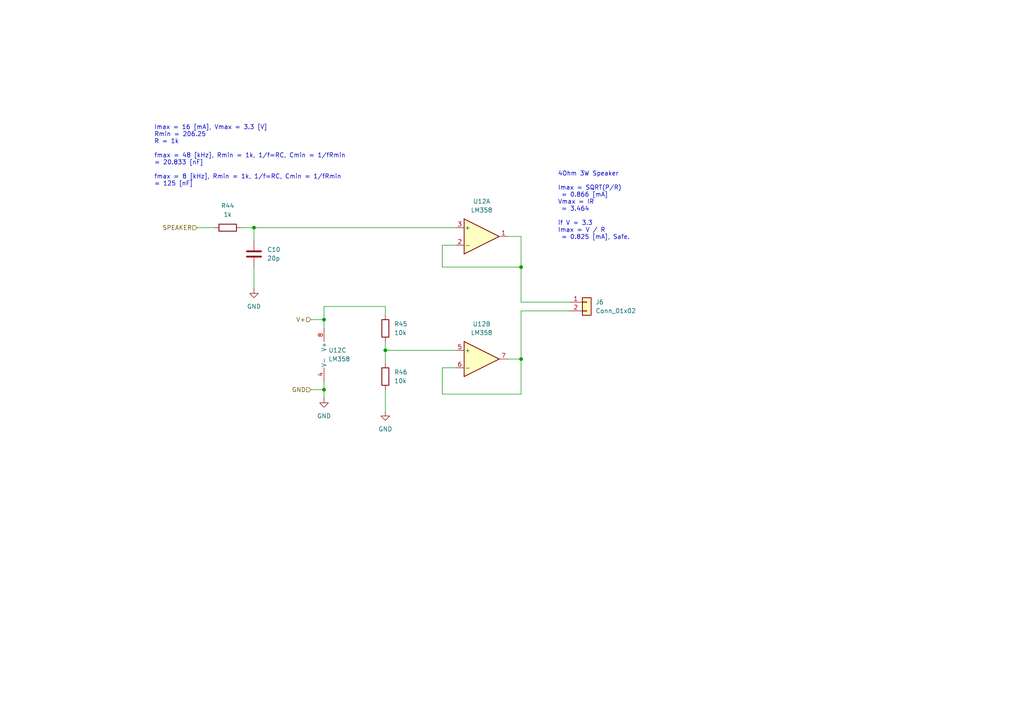
<source format=kicad_sch>
(kicad_sch (version 20250114) (generator "eeschema") (generator_version "9.0")
  (paper "A4")
  (lib_symbols
    (symbol "Amplifier_Operational:LM358" (pin_names (offset 0.127))
      (property "Reference" "U" (at 0 5.08 0))
      (property "Value" "LM358" (at 0 -5.08 0))
      (symbol "LM358_1_1"
        (polyline (pts (xy -5.08 5.08) (xy 5.08 0) (xy -5.08 -5.08) (xy -5.08 5.08)) (stroke (width 0.254)) (fill (type background)))
        (pin input line (at -7.62 2.54 0) (length 2.54) (name "+") (number "3"))
        (pin input line (at -7.62 -2.54 0) (length 2.54) (name "-") (number "2"))
        (pin output line (at 7.62 0 180) (length 2.54) (name "~") (number "1"))
      )
      (symbol "LM358_2_1"
        (polyline (pts (xy -5.08 5.08) (xy 5.08 0) (xy -5.08 -5.08) (xy -5.08 5.08)) (stroke (width 0.254)) (fill (type background)))
        (pin input line (at -7.62 2.54 0) (length 2.54) (name "+") (number "5"))
        (pin input line (at -7.62 -2.54 0) (length 2.54) (name "-") (number "6"))
        (pin output line (at 7.62 0 180) (length 2.54) (name "~") (number "7"))
      )
      (symbol "LM358_3_1"
        (pin power_in line (at -2.54 7.62 270) (length 3.81) (name "V+") (number "8"))
        (pin power_in line (at -2.54 -7.62 90) (length 3.81) (name "V-") (number "4"))
      )
    )
    (symbol "Connector_Generic:Conn_01x02" (pin_names (offset 1.016) (hide yes))
      (property "Reference" "J" (at 0 2.54 0))
      (property "Value" "Conn_01x02" (at 0 -5.08 0))
      (symbol "Conn_01x02_1_1"
        (rectangle (start -1.27 1.27) (end 1.27 -3.81) (stroke (width 0.254)) (fill (type background)))
        (rectangle (start -1.27 0.127) (end 0 -0.127) (stroke (width 0.1524)))
        (rectangle (start -1.27 -2.413) (end 0 -2.667) (stroke (width 0.1524)))
        (pin passive line (at -5.08 0 0) (length 3.81) (name "Pin_1") (number "1"))
        (pin passive line (at -5.08 -2.54 0) (length 3.81) (name "Pin_2") (number "2"))
      )
    )
    (symbol "Device:C" (pin_numbers (hide yes)) (pin_names (offset 0.254))
      (property "Reference" "C" (at 0.635 2.54 0))
      (property "Value" "C" (at 0.635 -2.54 0))
      (symbol "C_0_1"
        (polyline (pts (xy -2.032 0.762) (xy 2.032 0.762)) (stroke (width 0.508)))
        (polyline (pts (xy -2.032 -0.762) (xy 2.032 -0.762)) (stroke (width 0.508)))
      )
      (symbol "C_1_1"
        (pin passive line (at 0 3.81 270) (length 2.794) (name "~") (number "1"))
        (pin passive line (at 0 -3.81 90) (length 2.794) (name "~") (number "2"))
      )
    )
    (symbol "Device:R" (pin_numbers (hide yes)) (pin_names (offset 0))
      (property "Reference" "R" (at 2.032 0 90))
      (property "Value" "R" (at 0 0 90))
      (symbol "R_0_1"
        (rectangle (start -1.016 -2.54) (end 1.016 2.54) (stroke (width 0.254)))
      )
      (symbol "R_1_1"
        (pin passive line (at 0 3.81 270) (length 1.27) (name "~") (number "1"))
        (pin passive line (at 0 -3.81 90) (length 1.27) (name "~") (number "2"))
      )
    )
    (symbol "power:GND" (power) (pin_numbers (hide yes)) (pin_names (offset 0) (hide yes))
      (property "Value" "GND" (at 0 -3.81 0))
      (symbol "GND_0_1"
        (polyline (pts (xy 0 0) (xy 0 -1.27) (xy 1.27 -1.27) (xy 0 -2.54) (xy -1.27 -1.27) (xy 0 -1.27)))
      )
      (symbol "GND_1_1"
        (pin power_in line (at 0 0 270) (length 0) (name "~") (number "1"))
      )
    )
  )
  (text "Imax = 16 [mA], Vmax = 3.3 [V]\nRmin = 206.25\nR = 1k\n\nfmax = 48 [kHz], Rmin = 1k, 1/f=RC, Cmin = 1/fRmin\n= 20.833 [nF]\n\nfmax = 8 [kHz], Rmin = 1k, 1/f=RC, Cmin = 1/fRmin\n= 125 [nF]" (at 44.704 45.212 0) (effects (font (size 1.27 1.27)) (justify left)))
  (text "4Ohm 3W Speaker\n\nImax = SQRT(P/R)\n = 0.866 [mA]\nVmax = IR\n = 3.464\n\nif V = 3.3\nImax = V / R\n = 0.825 [mA], Safe." (at 161.798 59.69 0) (effects (font (size 1.27 1.27)) (justify left)))
  (junction (at 111.76 101.6))
  (junction (at 151.13 77.47))
  (junction (at 73.66 66.04))
  (junction (at 93.98 113.03))
  (junction (at 151.13 104.14))
  (junction (at 93.98 92.71))
  (wire (pts (xy 111.76 101.6) (xy 132.08 101.6)))
  (wire (pts (xy 93.98 113.03) (xy 93.98 110.49)))
  (wire (pts (xy 151.13 104.14) (xy 147.32 104.14)))
  (wire (pts (xy 111.76 113.03) (xy 111.76 119.38)))
  (wire (pts (xy 128.27 71.12) (xy 128.27 77.47)))
  (wire (pts (xy 151.13 114.3) (xy 151.13 104.14)))
  (wire (pts (xy 151.13 87.63) (xy 165.1 87.63)))
  (wire (pts (xy 93.98 88.9) (xy 111.76 88.9)))
  (wire (pts (xy 132.08 71.12) (xy 128.27 71.12)))
  (wire (pts (xy 151.13 77.47) (xy 151.13 68.58)))
  (wire (pts (xy 90.17 113.03) (xy 93.98 113.03)))
  (wire (pts (xy 93.98 92.71) (xy 90.17 92.71)))
  (wire (pts (xy 93.98 88.9) (xy 93.98 92.71)))
  (wire (pts (xy 93.98 95.25) (xy 93.98 92.71)))
  (wire (pts (xy 132.08 106.68) (xy 128.27 106.68)))
  (wire (pts (xy 73.66 66.04) (xy 69.85 66.04)))
  (wire (pts (xy 93.98 113.03) (xy 93.98 115.57)))
  (wire (pts (xy 128.27 114.3) (xy 151.13 114.3)))
  (wire (pts (xy 73.66 66.04) (xy 132.08 66.04)))
  (wire (pts (xy 111.76 101.6) (xy 111.76 105.41)))
  (wire (pts (xy 57.15 66.04) (xy 62.23 66.04)))
  (wire (pts (xy 151.13 68.58) (xy 147.32 68.58)))
  (wire (pts (xy 151.13 90.17) (xy 151.13 104.14)))
  (wire (pts (xy 111.76 88.9) (xy 111.76 91.44)))
  (wire (pts (xy 73.66 77.47) (xy 73.66 83.82)))
  (wire (pts (xy 128.27 106.68) (xy 128.27 114.3)))
  (wire (pts (xy 111.76 99.06) (xy 111.76 101.6)))
  (wire (pts (xy 73.66 69.85) (xy 73.66 66.04)))
  (wire (pts (xy 165.1 90.17) (xy 151.13 90.17)))
  (wire (pts (xy 151.13 87.63) (xy 151.13 77.47)))
  (wire (pts (xy 128.27 77.47) (xy 151.13 77.47)))
  (hierarchical_label "GND" (shape input) (at 90.17 113.03 180))
  (hierarchical_label "SPEAKER" (shape input) (at 57.15 66.04 180))
  (hierarchical_label "V+" (shape input) (at 90.17 92.71 180))
  (symbol (lib_id "Connector_Generic:Conn_01x02") (at 170.18 87.63 0) (unit 1)
    (property "Reference" "J6" (at 172.72 87.6299 0) (effects (justify left)))
    (property "Value" "Conn_01x02" (at 172.72 90.1699 0) (effects (justify left)))
    (property "Footprint" "Connector_PinHeader_2.54mm:PinHeader_1x04_P2.54mm_Vertical" (effects (hide yes)))
    (property "Description" "Generic connector, single row, 01x02, script generated (kicad-library-utils/schlib/autogen/connector/)" (effects (hide yes)))
  )
  (symbol (lib_id "Device:R") (at 111.76 95.25 0) (unit 1)
    (property "Reference" "R45" (at 114.3 93.9799 0) (effects (justify left)))
    (property "Value" "10k" (at 114.3 96.5199 0) (effects (justify left)))
    (property "Footprint" "Resistor_SMD:R_0402_1005Metric_Pad0.72x0.64mm_HandSolder" (effects (hide yes)))
    (property "Description" "Resistor" (effects (hide yes)))
  )
  (symbol (lib_id "Device:R") (at 111.76 109.22 0) (unit 1)
    (property "Reference" "R46" (at 114.3 107.9499 0) (effects (justify left)))
    (property "Value" "10k" (at 114.3 110.4899 0) (effects (justify left)))
    (property "Footprint" "Resistor_SMD:R_0402_1005Metric_Pad0.72x0.64mm_HandSolder" (effects (hide yes)))
    (property "Description" "Resistor" (effects (hide yes)))
  )
  (symbol (lib_id "Device:R") (at 66.04 66.04 90) (unit 1)
    (property "Reference" "R44" (at 66.04 59.69 90))
    (property "Value" "1k" (at 66.04 62.23 90))
    (property "Footprint" "Resistor_SMD:R_0603_1608Metric_Pad0.98x0.95mm_HandSolder" (effects (hide yes)))
    (property "Description" "Resistor" (effects (hide yes)))
  )
  (symbol (lib_id "power:GND") (at 93.98 115.57 0) (unit 1)
    (property "Reference" "#PWR094" (effects (hide yes)))
    (property "Value" "GND" (at 93.98 120.65 0))
    (property "Description" "Power symbol creates a global label with name \"GND\" , ground" (effects (hide yes)))
  )
  (symbol (lib_id "Amplifier_Operational:LM358") (at 96.52 102.87 0) (unit 3)
    (property "Reference" "U12" (at 95.25 101.5999 0) (effects (justify left)))
    (property "Value" "LM358" (at 95.25 104.1399 0) (effects (justify left)))
    (property "Footprint" "Package_DIP:DIP-8_W7.62mm_LongPads" (effects (hide yes)))
    (property "Datasheet" "http://www.ti.com/lit/ds/symlink/lm2904-n.pdf" (effects (hide yes)))
    (property "Description" "Low-Power, Dual Operational Amplifiers, DIP-8/SOIC-8/TO-99-8" (effects (hide yes)))
  )
  (symbol (lib_id "Amplifier_Operational:LM358") (at 139.7 68.58 0) (unit 1)
    (property "Reference" "U12" (at 139.7 58.42 0))
    (property "Value" "LM358" (at 139.7 60.96 0))
    (property "Footprint" "Package_DIP:DIP-8_W7.62mm_LongPads" (effects (hide yes)))
    (property "Datasheet" "http://www.ti.com/lit/ds/symlink/lm2904-n.pdf" (effects (hide yes)))
    (property "Description" "Low-Power, Dual Operational Amplifiers, DIP-8/SOIC-8/TO-99-8" (effects (hide yes)))
  )
  (symbol (lib_id "power:GND") (at 73.66 83.82 0) (unit 1)
    (property "Reference" "#PWR093" (effects (hide yes)))
    (property "Value" "GND" (at 73.66 88.9 0))
    (property "Description" "Power symbol creates a global label with name \"GND\" , ground" (effects (hide yes)))
  )
  (symbol (lib_id "power:GND") (at 111.76 119.38 0) (unit 1)
    (property "Reference" "#PWR095" (effects (hide yes)))
    (property "Value" "GND" (at 111.76 124.46 0))
    (property "Description" "Power symbol creates a global label with name \"GND\" , ground" (effects (hide yes)))
  )
  (symbol (lib_id "Amplifier_Operational:LM358") (at 139.7 104.14 0) (unit 2)
    (property "Reference" "U12" (at 139.7 93.98 0))
    (property "Value" "LM358" (at 139.7 96.52 0))
    (property "Footprint" "Package_DIP:DIP-8_W7.62mm_LongPads" (effects (hide yes)))
    (property "Datasheet" "http://www.ti.com/lit/ds/symlink/lm2904-n.pdf" (effects (hide yes)))
    (property "Description" "Low-Power, Dual Operational Amplifiers, DIP-8/SOIC-8/TO-99-8" (effects (hide yes)))
  )
  (symbol (lib_id "Device:C") (at 73.66 73.66 0) (unit 1)
    (property "Reference" "C10" (at 77.47 72.3899 0) (effects (justify left)))
    (property "Value" "20p" (at 77.47 74.9299 0) (effects (justify left)))
    (property "Footprint" "Capacitor_SMD:C_0402_1005Metric_Pad0.74x0.62mm_HandSolder" (effects (hide yes)))
    (property "Description" "Unpolarized capacitor" (effects (hide yes)))
  )
)
</source>
